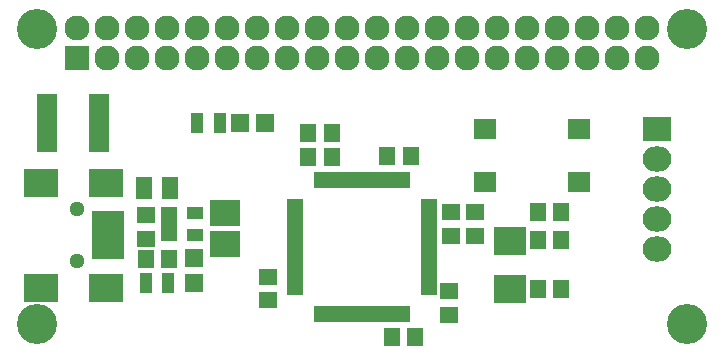
<source format=gts>
G04 #@! TF.FileFunction,Soldermask,Top*
%FSLAX46Y46*%
G04 Gerber Fmt 4.6, Leading zero omitted, Abs format (unit mm)*
G04 Created by KiCad (PCBNEW 4.0.5) date 12/27/16 09:40:05*
%MOMM*%
%LPD*%
G01*
G04 APERTURE LIST*
%ADD10C,0.100000*%
%ADD11R,1.400000X1.900000*%
%ADD12C,3.400000*%
%ADD13R,1.100000X1.700000*%
%ADD14R,1.598880X1.598880*%
%ADD15R,1.650000X1.400000*%
%ADD16R,1.400000X1.650000*%
%ADD17R,1.800000X1.800000*%
%ADD18R,1.800000X1.700000*%
%ADD19R,1.400000X0.650000*%
%ADD20R,0.650000X1.400000*%
%ADD21R,2.127200X2.127200*%
%ADD22O,2.127200X2.127200*%
%ADD23R,2.432000X2.127200*%
%ADD24O,2.432000X2.127200*%
%ADD25R,2.701240X0.900380*%
%ADD26R,2.899360X2.398980*%
%ADD27C,1.299160*%
%ADD28R,2.800000X2.400000*%
%ADD29R,2.600000X2.225000*%
%ADD30R,1.950000X1.700000*%
%ADD31R,1.460000X1.050000*%
G04 APERTURE END LIST*
D10*
D11*
X111500000Y-86000000D03*
X113700000Y-86000000D03*
D12*
X102500000Y-72500000D03*
D13*
X113560000Y-94060000D03*
X111660000Y-94060000D03*
D14*
X115770000Y-91950980D03*
X115770000Y-94049020D03*
D15*
X137360000Y-94720000D03*
X137360000Y-96720000D03*
D16*
X134490000Y-98600000D03*
X132490000Y-98600000D03*
D15*
X122050000Y-95500000D03*
X122050000Y-93500000D03*
D16*
X125430000Y-83350000D03*
X127430000Y-83350000D03*
X132120000Y-83320000D03*
X134120000Y-83320000D03*
X125440000Y-81370000D03*
X127440000Y-81370000D03*
D15*
X139590000Y-88040000D03*
X139590000Y-90040000D03*
X137500000Y-88030000D03*
X137500000Y-90030000D03*
D16*
X144850000Y-90400000D03*
X146850000Y-90400000D03*
X144850000Y-88000000D03*
X146850000Y-88000000D03*
X113660000Y-92030000D03*
X111660000Y-92030000D03*
X144850000Y-94550000D03*
X146850000Y-94550000D03*
D15*
X111660000Y-88290000D03*
X111660000Y-90290000D03*
D17*
X107700000Y-78900000D03*
X103300000Y-78900000D03*
D18*
X103300000Y-80500000D03*
X107700000Y-80500000D03*
D17*
X107700000Y-82100000D03*
X103300000Y-82100000D03*
D19*
X135700000Y-94750000D03*
X135700000Y-94250000D03*
X135700000Y-93750000D03*
X135700000Y-93250000D03*
X135700000Y-92750000D03*
X135700000Y-92250000D03*
X135700000Y-91750000D03*
X135700000Y-91250000D03*
X135700000Y-90750000D03*
X135700000Y-90250000D03*
X135700000Y-89750000D03*
X135700000Y-89250000D03*
X135700000Y-88750000D03*
X135700000Y-88250000D03*
X135700000Y-87750000D03*
X135700000Y-87250000D03*
D20*
X133750000Y-85300000D03*
X133250000Y-85300000D03*
X132750000Y-85300000D03*
X132250000Y-85300000D03*
X131750000Y-85300000D03*
X131250000Y-85300000D03*
X130750000Y-85300000D03*
X130250000Y-85300000D03*
X129750000Y-85300000D03*
X129250000Y-85300000D03*
X128750000Y-85300000D03*
X128250000Y-85300000D03*
X127750000Y-85300000D03*
X127250000Y-85300000D03*
X126750000Y-85300000D03*
X126250000Y-85300000D03*
D19*
X124300000Y-87250000D03*
X124300000Y-87750000D03*
X124300000Y-88250000D03*
X124300000Y-88750000D03*
X124300000Y-89250000D03*
X124300000Y-89750000D03*
X124300000Y-90250000D03*
X124300000Y-90750000D03*
X124300000Y-91250000D03*
X124300000Y-91750000D03*
X124300000Y-92250000D03*
X124300000Y-92750000D03*
X124300000Y-93250000D03*
X124300000Y-93750000D03*
X124300000Y-94250000D03*
X124300000Y-94750000D03*
D20*
X126250000Y-96700000D03*
X126750000Y-96700000D03*
X127250000Y-96700000D03*
X127750000Y-96700000D03*
X128250000Y-96700000D03*
X128750000Y-96700000D03*
X129250000Y-96700000D03*
X129750000Y-96700000D03*
X130250000Y-96700000D03*
X130750000Y-96700000D03*
X131250000Y-96700000D03*
X131750000Y-96700000D03*
X132250000Y-96700000D03*
X132750000Y-96700000D03*
X133250000Y-96700000D03*
X133750000Y-96700000D03*
D21*
X105870000Y-75000000D03*
D22*
X105870000Y-72460000D03*
X108410000Y-75000000D03*
X108410000Y-72460000D03*
X110950000Y-75000000D03*
X110950000Y-72460000D03*
X113490000Y-75000000D03*
X113490000Y-72460000D03*
X116030000Y-75000000D03*
X116030000Y-72460000D03*
X118570000Y-75000000D03*
X118570000Y-72460000D03*
X121110000Y-75000000D03*
X121110000Y-72460000D03*
X123650000Y-75000000D03*
X123650000Y-72460000D03*
X126190000Y-75000000D03*
X126190000Y-72460000D03*
X128730000Y-75000000D03*
X128730000Y-72460000D03*
X131270000Y-75000000D03*
X131270000Y-72460000D03*
X133810000Y-75000000D03*
X133810000Y-72460000D03*
X136350000Y-75000000D03*
X136350000Y-72460000D03*
X138890000Y-75000000D03*
X138890000Y-72460000D03*
X141430000Y-75000000D03*
X141430000Y-72460000D03*
X143970000Y-75000000D03*
X143970000Y-72460000D03*
X146510000Y-75000000D03*
X146510000Y-72460000D03*
X149050000Y-75000000D03*
X149050000Y-72460000D03*
X151590000Y-75000000D03*
X151590000Y-72460000D03*
X154130000Y-75000000D03*
X154130000Y-72460000D03*
D23*
X155000000Y-81000000D03*
D24*
X155000000Y-83540000D03*
X155000000Y-86080000D03*
X155000000Y-88620000D03*
X155000000Y-91160000D03*
D25*
X108449320Y-88399800D03*
X108449320Y-89199900D03*
X108449320Y-90000000D03*
X108449320Y-90800100D03*
X108449320Y-91600200D03*
D26*
X108350260Y-85549920D03*
X102851160Y-85549920D03*
X108350260Y-94450080D03*
X102851160Y-94450080D03*
D27*
X105850900Y-87800360D03*
X105850900Y-92199640D03*
D28*
X142500000Y-94550000D03*
X142500000Y-90450000D03*
D29*
X118400000Y-88132500D03*
X118400000Y-90707500D03*
D30*
X148375000Y-81000000D03*
X148375000Y-85500000D03*
X140425000Y-85500000D03*
X140425000Y-81000000D03*
D12*
X157500000Y-72500000D03*
X157500000Y-97500000D03*
X102500000Y-97500000D03*
D31*
X113690000Y-88110000D03*
X113690000Y-89060000D03*
X113690000Y-90010000D03*
X115890000Y-90010000D03*
X115890000Y-88110000D03*
D14*
X121799020Y-80500000D03*
X119700980Y-80500000D03*
D13*
X117950000Y-80500000D03*
X116050000Y-80500000D03*
M02*

</source>
